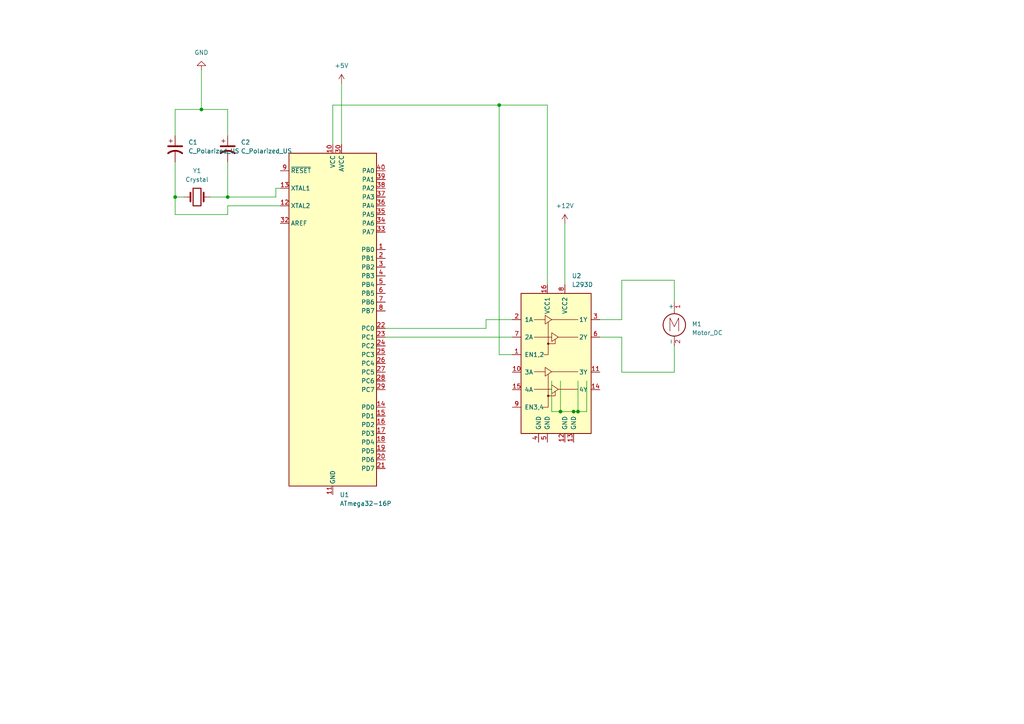
<source format=kicad_sch>
(kicad_sch (version 20211123) (generator eeschema)
  (paper "A4")
  (lib_symbols
    (symbol "Device:C_Polarized_US" (pin_numbers hide) (pin_names (offset 0.254) hide)
      (property "Reference" "C" (at 0.635 2.54 0))
      (property "Value" "C_Polarized_US" (at 0.635 -2.54 0))
      (symbol "C_Polarized_US_0_1"
        (polyline (pts (xy -2.032 0.762) (xy 2.032 0.762)) (stroke (width 0.508)))
        (polyline (pts (xy -1.778 2.286) (xy -0.762 2.286)))
        (polyline (pts (xy -1.27 1.778) (xy -1.27 2.794)))
        (arc (start 2.032 -1.27) (mid 0 -0.5572) (end -2.032 -1.27) (stroke (width 0.508)))
      )
      (symbol "C_Polarized_US_1_1"
        (pin passive line (at 0 3.81 270) (length 2.794) (name "~") (number "1"))
        (pin passive line (at 0 -3.81 90) (length 3.302) (name "~") (number "2"))
      )
    )
    (symbol "Device:Crystal" (pin_numbers hide) (pin_names (offset 1.016) hide)
      (property "Reference" "Y" (at 0 3.81 0))
      (property "Value" "Crystal" (at 0 -3.81 0))
      (symbol "Crystal_0_1"
        (rectangle (start -1.143 2.54) (end 1.143 -2.54) (stroke (width 0.3048)))
        (polyline (pts (xy -2.54 0) (xy -1.905 0)))
        (polyline (pts (xy -1.905 -1.27) (xy -1.905 1.27)) (stroke (width 0.508)))
        (polyline (pts (xy 1.905 -1.27) (xy 1.905 1.27)) (stroke (width 0.508)))
        (polyline (pts (xy 2.54 0) (xy 1.905 0)))
      )
      (symbol "Crystal_1_1"
        (pin passive line (at -3.81 0 0) (length 1.27) (name "1") (number "1"))
        (pin passive line (at 3.81 0 180) (length 1.27) (name "2") (number "2"))
      )
    )
    (symbol "Driver_Motor:L293D" (pin_names (offset 1.016))
      (property "Reference" "U" (at -5.08 26.035 0))
      (property "Value" "L293D" (at -5.08 24.13 0))
      (symbol "L293D_0_1"
        (rectangle (start -10.16 22.86) (end 10.16 -17.78) (stroke (width 0.254)) (fill (type background)))
        (circle (center -2.286 -6.858) (radius 0.254) (fill (type outline)))
        (circle (center -2.286 8.255) (radius 0.254) (fill (type outline)))
        (polyline (pts (xy -6.35 -4.953) (xy -1.27 -4.953)))
        (polyline (pts (xy -6.35 0.127) (xy -3.175 0.127)))
        (polyline (pts (xy -6.35 10.16) (xy -1.27 10.16)))
        (polyline (pts (xy -6.35 15.24) (xy -3.175 15.24)))
        (polyline (pts (xy -1.27 0.127) (xy 6.35 0.127)))
        (polyline (pts (xy -1.27 15.24) (xy 6.35 15.24)))
        (polyline (pts (xy 0.635 -4.953) (xy 6.35 -4.953)))
        (polyline (pts (xy 0.635 10.16) (xy 6.35 10.16)))
        (polyline (pts (xy -2.286 -6.858) (xy -0.254 -6.858) (xy -0.254 -5.588)))
        (polyline (pts (xy -2.286 -0.635) (xy -2.286 -10.16) (xy -3.556 -10.16)))
        (polyline (pts (xy -2.286 8.255) (xy -0.254 8.255) (xy -0.254 9.525)))
        (polyline (pts (xy -2.286 14.478) (xy -2.286 5.08) (xy -3.556 5.08)))
        (polyline (pts (xy -3.175 1.397) (xy -3.175 -1.143) (xy -1.27 0.127) (xy -3.175 1.397)))
        (polyline (pts (xy -3.175 16.51) (xy -3.175 13.97) (xy -1.27 15.24) (xy -3.175 16.51)))
        (polyline (pts (xy -1.27 -3.683) (xy -1.27 -6.223) (xy 0.635 -4.953) (xy -1.27 -3.683)))
        (polyline (pts (xy -1.27 11.43) (xy -1.27 8.89) (xy 0.635 10.16) (xy -1.27 11.43)))
      )
      (symbol "L293D_1_1"
        (pin input line (at -12.7 5.08 0) (length 2.54) (name "EN1,2") (number "1"))
        (pin input line (at -12.7 0 0) (length 2.54) (name "3A") (number "10"))
        (pin output line (at 12.7 0 180) (length 2.54) (name "3Y") (number "11"))
        (pin power_in line (at 2.54 -20.32 90) (length 2.54) (name "GND") (number "12"))
        (pin power_in line (at 5.08 -20.32 90) (length 2.54) (name "GND") (number "13"))
        (pin output line (at 12.7 -5.08 180) (length 2.54) (name "4Y") (number "14"))
        (pin input line (at -12.7 -5.08 0) (length 2.54) (name "4A") (number "15"))
        (pin power_in line (at -2.54 25.4 270) (length 2.54) (name "VCC1") (number "16"))
        (pin input line (at -12.7 15.24 0) (length 2.54) (name "1A") (number "2"))
        (pin output line (at 12.7 15.24 180) (length 2.54) (name "1Y") (number "3"))
        (pin power_in line (at -5.08 -20.32 90) (length 2.54) (name "GND") (number "4"))
        (pin power_in line (at -2.54 -20.32 90) (length 2.54) (name "GND") (number "5"))
        (pin output line (at 12.7 10.16 180) (length 2.54) (name "2Y") (number "6"))
        (pin input line (at -12.7 10.16 0) (length 2.54) (name "2A") (number "7"))
        (pin power_in line (at 2.54 25.4 270) (length 2.54) (name "VCC2") (number "8"))
        (pin input line (at -12.7 -10.16 0) (length 2.54) (name "EN3,4") (number "9"))
      )
    )
    (symbol "MCU_Microchip_ATmega:ATmega32-16P"
      (property "Reference" "U" (at -12.7 49.53 0))
      (property "Value" "ATmega32-16P" (at 2.54 -49.53 0))
      (symbol "ATmega32-16P_0_1"
        (rectangle (start -12.7 -48.26) (end 12.7 48.26) (stroke (width 0.254)) (fill (type background)))
      )
      (symbol "ATmega32-16P_1_1"
        (pin bidirectional line (at 15.24 20.32 180) (length 2.54) (name "PB0") (number "1"))
        (pin power_in line (at 0 50.8 270) (length 2.54) (name "VCC") (number "10"))
        (pin power_in line (at 0 -50.8 90) (length 2.54) (name "GND") (number "11"))
        (pin output line (at -15.24 33.02 0) (length 2.54) (name "XTAL2") (number "12"))
        (pin input line (at -15.24 38.1 0) (length 2.54) (name "XTAL1") (number "13"))
        (pin bidirectional line (at 15.24 -25.4 180) (length 2.54) (name "PD0") (number "14"))
        (pin bidirectional line (at 15.24 -27.94 180) (length 2.54) (name "PD1") (number "15"))
        (pin bidirectional line (at 15.24 -30.48 180) (length 2.54) (name "PD2") (number "16"))
        (pin bidirectional line (at 15.24 -33.02 180) (length 2.54) (name "PD3") (number "17"))
        (pin bidirectional line (at 15.24 -35.56 180) (length 2.54) (name "PD4") (number "18"))
        (pin bidirectional line (at 15.24 -38.1 180) (length 2.54) (name "PD5") (number "19"))
        (pin bidirectional line (at 15.24 17.78 180) (length 2.54) (name "PB1") (number "2"))
        (pin bidirectional line (at 15.24 -40.64 180) (length 2.54) (name "PD6") (number "20"))
        (pin bidirectional line (at 15.24 -43.18 180) (length 2.54) (name "PD7") (number "21"))
        (pin bidirectional line (at 15.24 -2.54 180) (length 2.54) (name "PC0") (number "22"))
        (pin bidirectional line (at 15.24 -5.08 180) (length 2.54) (name "PC1") (number "23"))
        (pin bidirectional line (at 15.24 -7.62 180) (length 2.54) (name "PC2") (number "24"))
        (pin bidirectional line (at 15.24 -10.16 180) (length 2.54) (name "PC3") (number "25"))
        (pin bidirectional line (at 15.24 -12.7 180) (length 2.54) (name "PC4") (number "26"))
        (pin bidirectional line (at 15.24 -15.24 180) (length 2.54) (name "PC5") (number "27"))
        (pin bidirectional line (at 15.24 -17.78 180) (length 2.54) (name "PC6") (number "28"))
        (pin bidirectional line (at 15.24 -20.32 180) (length 2.54) (name "PC7") (number "29"))
        (pin bidirectional line (at 15.24 15.24 180) (length 2.54) (name "PB2") (number "3"))
        (pin power_in line (at 2.54 50.8 270) (length 2.54) (name "AVCC") (number "30"))
        (pin passive line (at 0 -50.8 90) (length 2.54) hide (name "GND") (number "31"))
        (pin passive line (at -15.24 27.94 0) (length 2.54) (name "AREF") (number "32"))
        (pin bidirectional line (at 15.24 25.4 180) (length 2.54) (name "PA7") (number "33"))
        (pin bidirectional line (at 15.24 27.94 180) (length 2.54) (name "PA6") (number "34"))
        (pin bidirectional line (at 15.24 30.48 180) (length 2.54) (name "PA5") (number "35"))
        (pin bidirectional line (at 15.24 33.02 180) (length 2.54) (name "PA4") (number "36"))
        (pin bidirectional line (at 15.24 35.56 180) (length 2.54) (name "PA3") (number "37"))
        (pin bidirectional line (at 15.24 38.1 180) (length 2.54) (name "PA2") (number "38"))
        (pin bidirectional line (at 15.24 40.64 180) (length 2.54) (name "PA1") (number "39"))
        (pin bidirectional line (at 15.24 12.7 180) (length 2.54) (name "PB3") (number "4"))
        (pin bidirectional line (at 15.24 43.18 180) (length 2.54) (name "PA0") (number "40"))
        (pin bidirectional line (at 15.24 10.16 180) (length 2.54) (name "PB4") (number "5"))
        (pin bidirectional line (at 15.24 7.62 180) (length 2.54) (name "PB5") (number "6"))
        (pin bidirectional line (at 15.24 5.08 180) (length 2.54) (name "PB6") (number "7"))
        (pin bidirectional line (at 15.24 2.54 180) (length 2.54) (name "PB7") (number "8"))
        (pin input line (at -15.24 43.18 0) (length 2.54) (name "~{RESET}") (number "9"))
      )
    )
    (symbol "Motor:Motor_DC" (pin_names (offset 0))
      (property "Reference" "M" (at 2.54 2.54 0))
      (property "Value" "Motor_DC" (at 2.54 -5.08 0))
      (symbol "Motor_DC_0_0"
        (polyline (pts (xy -1.27 -3.302) (xy -1.27 0.508) (xy 0 -2.032) (xy 1.27 0.508) (xy 1.27 -3.302)))
      )
      (symbol "Motor_DC_0_1"
        (circle (center 0 -1.524) (radius 3.2512) (stroke (width 0.254)))
        (polyline (pts (xy 0 -7.62) (xy 0 -7.112)))
        (polyline (pts (xy 0 -4.7752) (xy 0 -5.1816)))
        (polyline (pts (xy 0 1.7272) (xy 0 2.0828)))
        (polyline (pts (xy 0 2.032) (xy 0 2.54)))
      )
      (symbol "Motor_DC_1_1"
        (pin passive line (at 0 5.08 270) (length 2.54) (name "+") (number "1"))
        (pin passive line (at 0 -7.62 90) (length 2.54) (name "-") (number "2"))
      )
    )
    (symbol "power:+12V" (power) (pin_names (offset 0))
      (property "Value" "+12V" (at 0 3.556 0))
      (symbol "+12V_0_1"
        (polyline (pts (xy -0.762 1.27) (xy 0 2.54)))
        (polyline (pts (xy 0 0) (xy 0 2.54)))
        (polyline (pts (xy 0 2.54) (xy 0.762 1.27)))
      )
      (symbol "+12V_1_1"
        (pin power_in line (at 0 0 90) (length 0) hide (name "+12V") (number "1"))
      )
    )
    (symbol "power:+5V" (power) (pin_names (offset 0))
      (property "Value" "+5V" (at 0 3.556 0))
      (symbol "+5V_0_1"
        (polyline (pts (xy -0.762 1.27) (xy 0 2.54)))
        (polyline (pts (xy 0 0) (xy 0 2.54)))
        (polyline (pts (xy 0 2.54) (xy 0.762 1.27)))
      )
      (symbol "+5V_1_1"
        (pin power_in line (at 0 0 90) (length 0) hide (name "+5V") (number "1"))
      )
    )
    (symbol "power:Earth" (power) (pin_names (offset 0))
      (symbol "Earth_0_1"
        (polyline (pts (xy -0.635 -1.905) (xy 0.635 -1.905)))
        (polyline (pts (xy -0.127 -2.54) (xy 0.127 -2.54)))
        (polyline (pts (xy 0 -1.27) (xy 0 0)))
        (polyline (pts (xy 1.27 -1.27) (xy -1.27 -1.27)))
      )
      (symbol "Earth_1_1"
        (pin power_in line (at 0 0 270) (length 0) hide (name "Earth") (number "1"))
      )
    )
    (symbol "power:GND" (power) (pin_names (offset 0))
      (property "Value" "GND" (at 0 -3.81 0))
      (symbol "GND_0_1"
        (polyline (pts (xy 0 0) (xy 0 -1.27) (xy 1.27 -1.27) (xy 0 -2.54) (xy -1.27 -1.27) (xy 0 -1.27)))
      )
      (symbol "GND_1_1"
        (pin power_in line (at 0 0 270) (length 0) hide (name "GND") (number "1"))
      )
    )
  )
  (junction (at 162.56 119.38))
  (junction (at 50.8 57.15))
  (junction (at 167.64 119.38))
  (junction (at 58.42 31.75))
  (junction (at 166.37 119.38))
  (junction (at 66.04 57.15))
  (junction (at 144.78 30.48))
  (wire (pts (xy 99.06 24.13) (xy 99.06 41.91)))
  (wire (pts (xy 148.59 102.87) (xy 144.78 102.87)))
  (wire (pts (xy 66.04 59.69) (xy 66.04 62.23)))
  (wire (pts (xy 140.97 92.71) (xy 148.59 92.71)))
  (wire (pts (xy 66.04 57.15) (xy 80.01 57.15)))
  (wire (pts (xy 50.8 62.23) (xy 50.8 57.15)))
  (wire (pts (xy 170.18 110.49) (xy 170.18 119.38)))
  (wire (pts (xy 163.83 64.77) (xy 163.83 82.55)))
  (wire (pts (xy 195.58 100.33) (xy 195.58 107.95)))
  (wire (pts (xy 80.01 57.15) (xy 80.01 54.61)))
  (wire (pts (xy 58.42 20.32) (xy 58.42 31.75)))
  (wire (pts (xy 144.78 30.48) (xy 144.78 102.87)))
  (wire (pts (xy 50.8 31.75) (xy 58.42 31.75)))
  (wire (pts (xy 144.78 30.48) (xy 158.75 30.48)))
  (wire (pts (xy 50.8 57.15) (xy 53.34 57.15)))
  (wire (pts (xy 50.8 39.37) (xy 50.8 31.75)))
  (wire (pts (xy 180.34 97.79) (xy 180.34 107.95)))
  (wire (pts (xy 180.34 92.71) (xy 180.34 81.28)))
  (wire (pts (xy 167.64 110.49) (xy 167.64 119.38)))
  (wire (pts (xy 140.97 95.25) (xy 140.97 92.71)))
  (wire (pts (xy 162.56 110.49) (xy 162.56 119.38)))
  (wire (pts (xy 66.04 62.23) (xy 50.8 62.23)))
  (wire (pts (xy 81.28 59.69) (xy 66.04 59.69)))
  (wire (pts (xy 170.18 119.38) (xy 167.64 119.38)))
  (wire (pts (xy 111.76 97.79) (xy 148.59 97.79)))
  (wire (pts (xy 60.96 57.15) (xy 66.04 57.15)))
  (wire (pts (xy 180.34 81.28) (xy 195.58 81.28)))
  (wire (pts (xy 96.52 30.48) (xy 144.78 30.48)))
  (wire (pts (xy 66.04 31.75) (xy 66.04 39.37)))
  (wire (pts (xy 96.52 41.91) (xy 96.52 30.48)))
  (wire (pts (xy 173.99 97.79) (xy 180.34 97.79)))
  (wire (pts (xy 180.34 107.95) (xy 195.58 107.95)))
  (wire (pts (xy 158.75 30.48) (xy 158.75 82.55)))
  (wire (pts (xy 173.99 92.71) (xy 180.34 92.71)))
  (wire (pts (xy 58.42 31.75) (xy 66.04 31.75)))
  (wire (pts (xy 195.58 81.28) (xy 195.58 87.63)))
  (wire (pts (xy 160.02 110.49) (xy 160.02 119.38)))
  (wire (pts (xy 66.04 46.99) (xy 66.04 57.15)))
  (wire (pts (xy 160.02 119.38) (xy 162.56 119.38)))
  (wire (pts (xy 80.01 54.61) (xy 81.28 54.61)))
  (wire (pts (xy 50.8 46.99) (xy 50.8 57.15)))
  (wire (pts (xy 111.76 95.25) (xy 140.97 95.25)))
  (wire (pts (xy 167.64 119.38) (xy 166.37 119.38)))
  (wire (pts (xy 162.56 119.38) (xy 166.37 119.38)))
  (symbol (lib_id "Device:C_Polarized_US") (at 50.8 43.18 0) (unit 1)
    (property "Reference" "C1" (at 54.61 41.2749 0) (effects (justify left)))
    (property "Value" "C_Polarized_US" (at 54.61 43.8149 0) (effects (justify left)))
    (property "Footprint" "Capacitor_SMD:CP_Elec_3x5.3" (effects hide))
  )
  (symbol (lib_id "Driver_Motor:L293D") (at 161.29 107.95 0) (unit 1)
    (property "Reference" "U2" (at 165.8494 80.01 0) (effects (justify left)))
    (property "Value" "L293D" (at 165.8494 82.55 0) (effects (justify left)))
    (property "Footprint" "Package_DIP:DIP-16_W7.62mm" (effects hide))
    (property "Datasheet" "http://www.ti.com/lit/ds/symlink/l293.pdf" (effects hide))
  )
  (symbol (lib_id "Device:Crystal") (at 57.15 57.15 0) (unit 1)
    (property "Reference" "Y1" (at 57.15 49.53 0))
    (property "Value" "Crystal" (at 57.15 52.07 0))
    (property "Footprint" "Crystal:Crystal_AT310_D3.0mm_L10.0mm_Horizontal" (effects hide))
  )
  (symbol (lib_id "MCU_Microchip_ATmega:ATmega32-16P") (at 96.52 92.71 0) (unit 1)
    (property "Reference" "U1" (at 98.5394 143.51 0) (effects (justify left)))
    (property "Value" "ATmega32-16P" (at 98.5394 146.05 0) (effects (justify left)))
    (property "Footprint" "Package_DIP:DIP-40_W15.24mm" (effects hide))
    (property "Datasheet" "http://ww1.microchip.com/downloads/en/DeviceDoc/doc2503.pdf" (effects hide))
  )
  (symbol (lib_id "power:Earth") (at 166.37 119.38 0) (unit 1)
    (property "Reference" "#PWR04" (effects hide))
    (property "Value" "Earth" (effects hide))
  )
  (symbol (lib_id "power:+5V") (at 99.06 24.13 0) (unit 1)
    (property "Reference" "#PWR02" (effects hide))
    (property "Value" "+5V" (at 99.06 19.05 0))
  )
  (symbol (lib_id "Device:C_Polarized_US") (at 66.04 43.18 0) (unit 1)
    (property "Reference" "C2" (at 69.85 41.2749 0) (effects (justify left)))
    (property "Value" "C_Polarized_US" (at 69.85 43.8149 0) (effects (justify left)))
    (property "Footprint" "Capacitor_SMD:CP_Elec_3x5.3" (effects hide))
  )
  (symbol (lib_id "power:GND") (at 58.42 20.32 180) (unit 1)
    (property "Reference" "#PWR01" (effects hide))
    (property "Value" "GND" (at 58.42 15.24 0))
  )
  (symbol (lib_id "Motor:Motor_DC") (at 195.58 92.71 0) (unit 1)
    (property "Reference" "M1" (at 200.66 93.9799 0) (effects (justify left)))
    (property "Value" "Motor_DC" (at 200.66 96.5199 0) (effects (justify left)))
    (property "Footprint" "Connector_PinHeader_1.27mm:PinHeader_1x02_P1.27mm_Vertical" (effects hide))
  )
  (symbol (lib_id "power:+12V") (at 163.83 64.77 0) (unit 1)
    (property "Reference" "#PWR03" (effects hide))
    (property "Value" "+12V" (at 163.83 59.69 0))
  )
)
</source>
